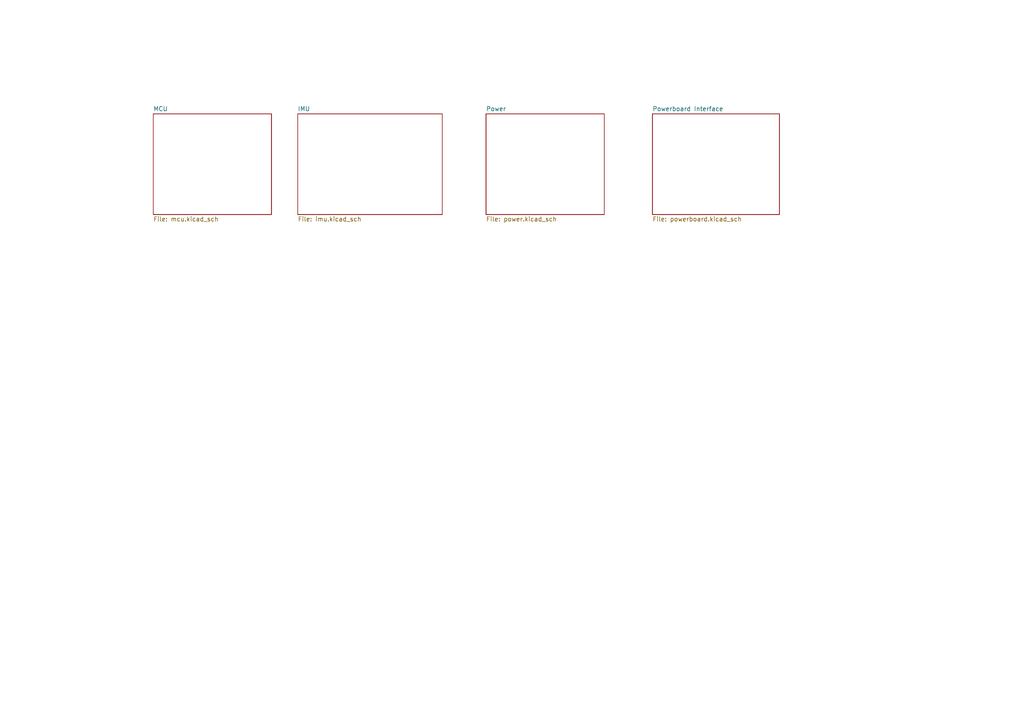
<source format=kicad_sch>
(kicad_sch (version 20230121) (generator eeschema)

  (uuid c57bc97c-1c43-4bb1-9424-fed846030b7b)

  (paper "A4")

  (lib_symbols
  )


  (sheet (at 44.45 33.02) (size 34.29 29.21) (fields_autoplaced)
    (stroke (width 0.1524) (type solid))
    (fill (color 0 0 0 0.0000))
    (uuid 013bb254-f239-4c32-8f76-0a97895c10b6)
    (property "Sheetname" "MCU" (at 44.45 32.3084 0)
      (effects (font (size 1.27 1.27)) (justify left bottom))
    )
    (property "Sheetfile" "mcu.kicad_sch" (at 44.45 62.8146 0)
      (effects (font (size 1.27 1.27)) (justify left top))
    )
    (instances
      (project "ShiftWay_f103"
        (path "/c57bc97c-1c43-4bb1-9424-fed846030b7b" (page "2"))
      )
    )
  )

  (sheet (at 189.23 33.02) (size 36.83 29.21) (fields_autoplaced)
    (stroke (width 0.1524) (type solid))
    (fill (color 0 0 0 0.0000))
    (uuid 0e47d56e-6599-490c-8484-306c0a411551)
    (property "Sheetname" "Powerboard Interface" (at 189.23 32.3084 0)
      (effects (font (size 1.27 1.27)) (justify left bottom))
    )
    (property "Sheetfile" "powerboard.kicad_sch" (at 189.23 62.8146 0)
      (effects (font (size 1.27 1.27)) (justify left top))
    )
    (instances
      (project "ShiftWay_f103"
        (path "/c57bc97c-1c43-4bb1-9424-fed846030b7b" (page "5"))
      )
    )
  )

  (sheet (at 140.97 33.02) (size 34.29 29.21) (fields_autoplaced)
    (stroke (width 0.1524) (type solid))
    (fill (color 0 0 0 0.0000))
    (uuid 26a2c67c-0b98-4594-97f4-678ce34d1b61)
    (property "Sheetname" "Power" (at 140.97 32.3084 0)
      (effects (font (size 1.27 1.27)) (justify left bottom))
    )
    (property "Sheetfile" "power.kicad_sch" (at 140.97 62.8146 0)
      (effects (font (size 1.27 1.27)) (justify left top))
    )
    (instances
      (project "ShiftWay_f103"
        (path "/c57bc97c-1c43-4bb1-9424-fed846030b7b" (page "3"))
      )
    )
  )

  (sheet (at 86.36 33.02) (size 41.91 29.21) (fields_autoplaced)
    (stroke (width 0.1524) (type solid))
    (fill (color 0 0 0 0.0000))
    (uuid 44aacc1d-3f92-4714-b852-d77f581a6611)
    (property "Sheetname" "IMU" (at 86.36 32.3084 0)
      (effects (font (size 1.27 1.27)) (justify left bottom))
    )
    (property "Sheetfile" "imu.kicad_sch" (at 86.36 62.8146 0)
      (effects (font (size 1.27 1.27)) (justify left top))
    )
    (instances
      (project "ShiftWay_f103"
        (path "/c57bc97c-1c43-4bb1-9424-fed846030b7b" (page "4"))
      )
    )
  )

  (sheet_instances
    (path "/" (page "1"))
  )
)

</source>
